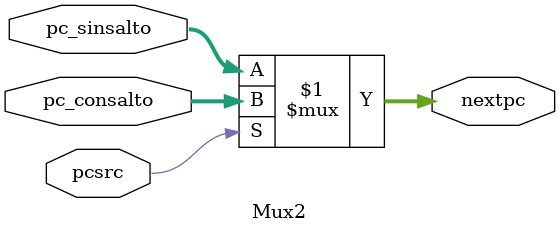
<source format=v>
`timescale 1ns / 1ps
module Mux2(
	input [63:0] pc_sinsalto,
	input [63:0] pc_consalto,
	input pcsrc,
	output reg [63:0] nextpc
	);

	assign nextpc = pcsrc ? pc_consalto : pc_sinsalto;

endmodule 
</source>
